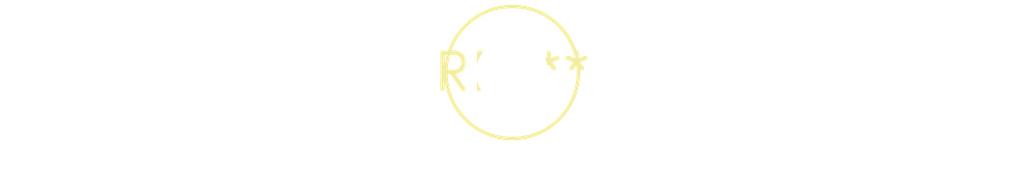
<source format=kicad_pcb>
(kicad_pcb (version 20240108) (generator pcbnew)
  (layers (0 "F.Cu" signal) (31 "B.Cu" signal) (34 "B.Paste" user) (35 "F.Paste" user) (36 "B.SilkS" user "B.Silkscreen") (37 "F.SilkS" user "F.Silkscreen") (38 "B.Mask" user) (39 "F.Mask" user) (44 "Edge.Cuts" user))
  (net 0 "")
  (footprint "TestPoint_Loop_D3.80mm_Drill2.5mm" (layer "F.Cu") (at 0 0)
    (property "Reference" "REF**")
    (property "Value" "TestPoint_Loop_D3.80mm_Drill2.5mm")
    (fp_circle (center 0 0) (end 2.3 0) (layer "F.SilkS") (stroke (width 0.12)) (fill none))
    (pad "1" thru_hole circle (at 0 0) (size 4 4) (drill 2.5) (layers *.Cu *.Mask) (remove_unused_layers))
  )
)
</source>
